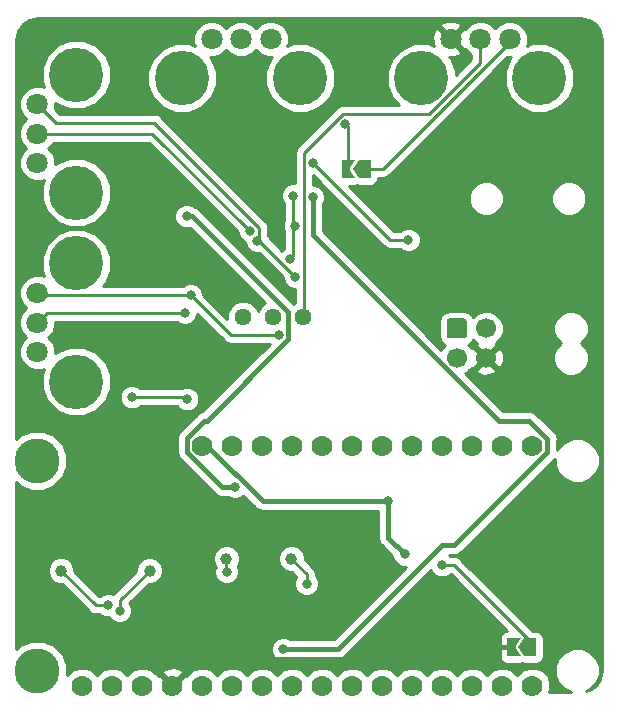
<source format=gbl>
G04 #@! TF.GenerationSoftware,KiCad,Pcbnew,(2018-02-15 revision 29b28de31)-makepkg*
G04 #@! TF.CreationDate,2019-12-21T00:19:12+11:00*
G04 #@! TF.ProjectId,Tph_Synth_Featherwing,5470685F53796E74685F466561746865,rev?*
G04 #@! TF.SameCoordinates,Original*
G04 #@! TF.FileFunction,Copper,L2,Bot,Signal*
G04 #@! TF.FilePolarity,Positive*
%FSLAX46Y46*%
G04 Gerber Fmt 4.6, Leading zero omitted, Abs format (unit mm)*
G04 Created by KiCad (PCBNEW (2018-02-15 revision 29b28de31)-makepkg) date 12/21/19 00:19:12*
%MOMM*%
%LPD*%
G01*
G04 APERTURE LIST*
%ADD10C,0.300000*%
%ADD11C,0.100000*%
%ADD12C,1.700000*%
%ADD13C,1.440000*%
%ADD14C,4.600000*%
%ADD15C,1.800000*%
%ADD16C,1.000000*%
%ADD17C,1.778000*%
%ADD18C,3.810000*%
%ADD19C,0.800000*%
%ADD20C,0.400000*%
%ADD21C,0.250000*%
%ADD22C,0.254000*%
G04 APERTURE END LIST*
D10*
X115775000Y-91500000D03*
D11*
G36*
X115275000Y-90750000D02*
X116425000Y-90750000D01*
X115925000Y-91500000D01*
X116425000Y-92250000D01*
X115275000Y-92250000D01*
X115275000Y-90750000D01*
X115275000Y-90750000D01*
G37*
D10*
X117225000Y-91500000D03*
D11*
G36*
X116225000Y-91500000D02*
X116725000Y-90750000D01*
X117725000Y-90750000D01*
X117725000Y-92250000D01*
X116725000Y-92250000D01*
X116225000Y-91500000D01*
X116225000Y-91500000D01*
G37*
G36*
X125624504Y-104151204D02*
X125648773Y-104154804D01*
X125672571Y-104160765D01*
X125695671Y-104169030D01*
X125717849Y-104179520D01*
X125738893Y-104192133D01*
X125758598Y-104206747D01*
X125776777Y-104223223D01*
X125793253Y-104241402D01*
X125807867Y-104261107D01*
X125820480Y-104282151D01*
X125830970Y-104304329D01*
X125839235Y-104327429D01*
X125845196Y-104351227D01*
X125848796Y-104375496D01*
X125850000Y-104400000D01*
X125850000Y-105600000D01*
X125848796Y-105624504D01*
X125845196Y-105648773D01*
X125839235Y-105672571D01*
X125830970Y-105695671D01*
X125820480Y-105717849D01*
X125807867Y-105738893D01*
X125793253Y-105758598D01*
X125776777Y-105776777D01*
X125758598Y-105793253D01*
X125738893Y-105807867D01*
X125717849Y-105820480D01*
X125695671Y-105830970D01*
X125672571Y-105839235D01*
X125648773Y-105845196D01*
X125624504Y-105848796D01*
X125600000Y-105850000D01*
X124400000Y-105850000D01*
X124375496Y-105848796D01*
X124351227Y-105845196D01*
X124327429Y-105839235D01*
X124304329Y-105830970D01*
X124282151Y-105820480D01*
X124261107Y-105807867D01*
X124241402Y-105793253D01*
X124223223Y-105776777D01*
X124206747Y-105758598D01*
X124192133Y-105738893D01*
X124179520Y-105717849D01*
X124169030Y-105695671D01*
X124160765Y-105672571D01*
X124154804Y-105648773D01*
X124151204Y-105624504D01*
X124150000Y-105600000D01*
X124150000Y-104400000D01*
X124151204Y-104375496D01*
X124154804Y-104351227D01*
X124160765Y-104327429D01*
X124169030Y-104304329D01*
X124179520Y-104282151D01*
X124192133Y-104261107D01*
X124206747Y-104241402D01*
X124223223Y-104223223D01*
X124241402Y-104206747D01*
X124261107Y-104192133D01*
X124282151Y-104179520D01*
X124304329Y-104169030D01*
X124327429Y-104160765D01*
X124351227Y-104154804D01*
X124375496Y-104151204D01*
X124400000Y-104150000D01*
X125600000Y-104150000D01*
X125624504Y-104151204D01*
X125624504Y-104151204D01*
G37*
D12*
X125000000Y-105000000D03*
X125000000Y-107500000D03*
X127500000Y-105000000D03*
X127500000Y-107500000D03*
D10*
X129775000Y-132000000D03*
D11*
G36*
X129275000Y-131250000D02*
X130425000Y-131250000D01*
X129925000Y-132000000D01*
X130425000Y-132750000D01*
X129275000Y-132750000D01*
X129275000Y-131250000D01*
X129275000Y-131250000D01*
G37*
D10*
X131225000Y-132000000D03*
D11*
G36*
X130225000Y-132000000D02*
X130725000Y-131250000D01*
X131725000Y-131250000D01*
X131725000Y-132750000D01*
X130725000Y-132750000D01*
X130225000Y-132000000D01*
X130225000Y-132000000D01*
G37*
D13*
X112000000Y-104000000D03*
X109460000Y-104000000D03*
X106920000Y-104000000D03*
D14*
X132000000Y-83800000D03*
X122000000Y-83800000D03*
D15*
X129500000Y-80500000D03*
X127000000Y-80500000D03*
X124500000Y-80500000D03*
X89500000Y-91000000D03*
X89500000Y-88500000D03*
X89500000Y-86000000D03*
D14*
X92800000Y-93500000D03*
X92800000Y-83500000D03*
X111750000Y-83800000D03*
X101750000Y-83800000D03*
D15*
X109250000Y-80500000D03*
X106750000Y-80500000D03*
X104250000Y-80500000D03*
X89500000Y-107000000D03*
X89500000Y-104500000D03*
X89500000Y-102000000D03*
D14*
X92800000Y-109500000D03*
X92800000Y-99500000D03*
D16*
X105500000Y-124500000D03*
X111000000Y-124500000D03*
X91500000Y-125500000D03*
X99000000Y-125500000D03*
D17*
X93300000Y-135230000D03*
X95840000Y-135230000D03*
X98380000Y-135230000D03*
X100920000Y-135230000D03*
X103460000Y-135230000D03*
X106000000Y-135230000D03*
X108540000Y-135230000D03*
X111080000Y-135230000D03*
X113620000Y-135230000D03*
X116160000Y-135230000D03*
X118700000Y-135230000D03*
X121240000Y-135230000D03*
X123780000Y-135230000D03*
X126320000Y-135230000D03*
X128860000Y-135230000D03*
X131400000Y-135230000D03*
X131400000Y-114910000D03*
X128860000Y-114910000D03*
X126320000Y-114910000D03*
X123780000Y-114910000D03*
X121240000Y-114910000D03*
X118700000Y-114910000D03*
X116160000Y-114910000D03*
X113620000Y-114910000D03*
X111080000Y-114910000D03*
X108540000Y-114910000D03*
X106000000Y-114910000D03*
X103460000Y-114910000D03*
D18*
X89490000Y-116180000D03*
X89490000Y-133960000D03*
D19*
X132000000Y-80000000D03*
X135000000Y-80000000D03*
X136000000Y-81000000D03*
X136000000Y-84000000D03*
X136000000Y-87000000D03*
X89000000Y-81000000D03*
X89000000Y-84000000D03*
X89000000Y-111000000D03*
X89000000Y-113000000D03*
X136000000Y-131000000D03*
X136000000Y-128000000D03*
X136000000Y-125000000D03*
X136000000Y-122000000D03*
X136000000Y-119000000D03*
X136000000Y-113000000D03*
X136000000Y-110000000D03*
X136000000Y-101000000D03*
X136000000Y-98000000D03*
X89000000Y-97000000D03*
X89000000Y-94000000D03*
X90000000Y-80000000D03*
X93000000Y-80000000D03*
X96000000Y-80000000D03*
X99000000Y-80000000D03*
X120000000Y-80000000D03*
X117000000Y-80000000D03*
X114000000Y-80000000D03*
X89000000Y-129000000D03*
X89000000Y-126000000D03*
X89000000Y-123000000D03*
X89000000Y-120000000D03*
X117708000Y-131159700D03*
X119187200Y-119612400D03*
X120601000Y-124122500D03*
X96469300Y-128913000D03*
X95500000Y-128436600D03*
X110904800Y-99158200D03*
X111173700Y-93747800D03*
X111321100Y-96318500D03*
X112305300Y-126608600D03*
X105525000Y-125624500D03*
X123746200Y-125048400D03*
X107494500Y-96754700D03*
X101997000Y-103687100D03*
X102499700Y-102178900D03*
X109958500Y-105533000D03*
X112827100Y-90949800D03*
X120909500Y-97500500D03*
X108124100Y-97570500D03*
X111347900Y-100634100D03*
X115562500Y-87683500D03*
X102143400Y-95500100D03*
X106237000Y-118417200D03*
X110317158Y-132161198D03*
X112819300Y-93903100D03*
X102188100Y-110987700D03*
X97500000Y-110818700D03*
D20*
X116746800Y-132961200D02*
X103188800Y-132961200D01*
X103188800Y-132961200D02*
X101808999Y-134341001D01*
X101808999Y-134341001D02*
X100920000Y-135230000D01*
X117708000Y-132000000D02*
X116746800Y-132961200D01*
X129775000Y-132000000D02*
X117708000Y-132000000D01*
X117708000Y-131159700D02*
X117708000Y-132000000D01*
X103861600Y-114910000D02*
X103460000Y-114910000D01*
X108564000Y-119612400D02*
X103861600Y-114910000D01*
X119187200Y-119612400D02*
X108564000Y-119612400D01*
X119187200Y-122708700D02*
X120601000Y-124122500D01*
X119187200Y-119612400D02*
X119187200Y-122708700D01*
D21*
X96469300Y-128030700D02*
X96469300Y-128913000D01*
X99000000Y-125500000D02*
X96469300Y-128030700D01*
X94436600Y-128436600D02*
X95500000Y-128436600D01*
X91500000Y-125500000D02*
X94436600Y-128436600D01*
X111173700Y-93747800D02*
X111173700Y-96318500D01*
X111173700Y-98889300D02*
X110904800Y-99158200D01*
X111173700Y-96318500D02*
X111173700Y-98889300D01*
X111173700Y-96318500D02*
X111321100Y-96318500D01*
X112305300Y-125805300D02*
X112305300Y-126608600D01*
X111000000Y-124500000D02*
X112305300Y-125805300D01*
X105500000Y-125599500D02*
X105525000Y-125624500D01*
X105500000Y-124500000D02*
X105500000Y-125599500D01*
X127000000Y-82522500D02*
X127000000Y-80500000D01*
X122662800Y-86859700D02*
X127000000Y-82522500D01*
X115350300Y-86859700D02*
X122662800Y-86859700D01*
X112073200Y-90136800D02*
X115350300Y-86859700D01*
X112073200Y-103926800D02*
X112073200Y-90136800D01*
X112000000Y-104000000D02*
X112073200Y-103926800D01*
X124811200Y-125048400D02*
X123746200Y-125048400D01*
X131225000Y-131462200D02*
X124811200Y-125048400D01*
X131225000Y-132000000D02*
X131225000Y-131462200D01*
X99239800Y-88500000D02*
X107494500Y-96754700D01*
X89500000Y-88500000D02*
X99239800Y-88500000D01*
X90312900Y-103687100D02*
X101997000Y-103687100D01*
X89500000Y-104500000D02*
X90312900Y-103687100D01*
X89678900Y-102178900D02*
X102499700Y-102178900D01*
X89500000Y-102000000D02*
X89678900Y-102178900D01*
X105853800Y-105533000D02*
X109958500Y-105533000D01*
X102499700Y-102178900D02*
X105853800Y-105533000D01*
X119377800Y-97500500D02*
X112827100Y-90949800D01*
X120909500Y-97500500D02*
X119377800Y-97500500D01*
X108284300Y-96466000D02*
X108284300Y-97570500D01*
X99409300Y-87591000D02*
X108284300Y-96466000D01*
X91091000Y-87591000D02*
X99409300Y-87591000D01*
X89500000Y-86000000D02*
X91091000Y-87591000D01*
X108124100Y-97570500D02*
X108284300Y-97570500D01*
X108284300Y-97570500D02*
X111347900Y-100634100D01*
X115775000Y-87896000D02*
X115562500Y-87683500D01*
X115775000Y-91500000D02*
X115775000Y-87896000D01*
D20*
X105126200Y-118417200D02*
X106237000Y-118417200D01*
X102157100Y-115448100D02*
X105126200Y-118417200D01*
X102157100Y-114288200D02*
X102157100Y-115448100D01*
X103622900Y-112822400D02*
X102157100Y-114288200D01*
X103830400Y-112822400D02*
X103622900Y-112822400D01*
X110758900Y-105893900D02*
X103830400Y-112822400D01*
X110758900Y-103634900D02*
X110758900Y-105893900D01*
X102624100Y-95500100D02*
X110758900Y-103634900D01*
X102143400Y-95500100D02*
X102624100Y-95500100D01*
X112819300Y-93903100D02*
X112819300Y-97091900D01*
X112819300Y-97091900D02*
X128549700Y-112822300D01*
X128549700Y-112822300D02*
X131139300Y-112822300D01*
X124786000Y-123366700D02*
X123722100Y-123366700D01*
X131139300Y-112822300D02*
X132689500Y-114372500D01*
X132689500Y-114372500D02*
X132689500Y-115463200D01*
X110882843Y-132161198D02*
X110317158Y-132161198D01*
X114927602Y-132161198D02*
X110882843Y-132161198D01*
X123722100Y-123366700D02*
X114927602Y-132161198D01*
X132689500Y-115463200D02*
X124786000Y-123366700D01*
D21*
X102019100Y-110818700D02*
X102188100Y-110987700D01*
X97500000Y-110818700D02*
X102019100Y-110818700D01*
X129500000Y-80738800D02*
X129500000Y-80500000D01*
X118738800Y-91500000D02*
X129500000Y-80738800D01*
X117225000Y-91500000D02*
X118738800Y-91500000D01*
D22*
G36*
X136179682Y-78859107D02*
X136755885Y-79244114D01*
X137140893Y-79820319D01*
X137290000Y-80569931D01*
X137290001Y-133930064D01*
X137140893Y-134679681D01*
X136755885Y-135255886D01*
X136179682Y-135640893D01*
X135981888Y-135680236D01*
X136277585Y-135557755D01*
X136807755Y-135027585D01*
X137094680Y-134334886D01*
X137094680Y-133585114D01*
X136807755Y-132892415D01*
X136277585Y-132362245D01*
X135584886Y-132075320D01*
X134835114Y-132075320D01*
X134142415Y-132362245D01*
X133612245Y-132892415D01*
X133325320Y-133585114D01*
X133325320Y-134334886D01*
X133612245Y-135027585D01*
X134142415Y-135557755D01*
X134703105Y-135790000D01*
X132817606Y-135790000D01*
X132924000Y-135533142D01*
X132924000Y-134926858D01*
X132691985Y-134366723D01*
X132263277Y-133938015D01*
X131703142Y-133706000D01*
X131096858Y-133706000D01*
X130536723Y-133938015D01*
X130130000Y-134344738D01*
X129723277Y-133938015D01*
X129163142Y-133706000D01*
X128556858Y-133706000D01*
X127996723Y-133938015D01*
X127590000Y-134344738D01*
X127183277Y-133938015D01*
X126623142Y-133706000D01*
X126016858Y-133706000D01*
X125456723Y-133938015D01*
X125050000Y-134344738D01*
X124643277Y-133938015D01*
X124083142Y-133706000D01*
X123476858Y-133706000D01*
X122916723Y-133938015D01*
X122510000Y-134344738D01*
X122103277Y-133938015D01*
X121543142Y-133706000D01*
X120936858Y-133706000D01*
X120376723Y-133938015D01*
X119970000Y-134344738D01*
X119563277Y-133938015D01*
X119003142Y-133706000D01*
X118396858Y-133706000D01*
X117836723Y-133938015D01*
X117430000Y-134344738D01*
X117023277Y-133938015D01*
X116463142Y-133706000D01*
X115856858Y-133706000D01*
X115296723Y-133938015D01*
X114890000Y-134344738D01*
X114483277Y-133938015D01*
X113923142Y-133706000D01*
X113316858Y-133706000D01*
X112756723Y-133938015D01*
X112350000Y-134344738D01*
X111943277Y-133938015D01*
X111383142Y-133706000D01*
X110776858Y-133706000D01*
X110216723Y-133938015D01*
X109810000Y-134344738D01*
X109403277Y-133938015D01*
X108843142Y-133706000D01*
X108236858Y-133706000D01*
X107676723Y-133938015D01*
X107270000Y-134344738D01*
X106863277Y-133938015D01*
X106303142Y-133706000D01*
X105696858Y-133706000D01*
X105136723Y-133938015D01*
X104730000Y-134344738D01*
X104323277Y-133938015D01*
X103763142Y-133706000D01*
X103156858Y-133706000D01*
X102596723Y-133938015D01*
X102168015Y-134366723D01*
X102157367Y-134392430D01*
X101992196Y-134337409D01*
X101099605Y-135230000D01*
X101113748Y-135244143D01*
X100934143Y-135423748D01*
X100920000Y-135409605D01*
X100905858Y-135423748D01*
X100726253Y-135244143D01*
X100740395Y-135230000D01*
X99847804Y-134337409D01*
X99682633Y-134392430D01*
X99671985Y-134366723D01*
X99463066Y-134157804D01*
X100027409Y-134157804D01*
X100920000Y-135050395D01*
X101812591Y-134157804D01*
X101727533Y-133902461D01*
X101158035Y-133694484D01*
X100552300Y-133720277D01*
X100112467Y-133902461D01*
X100027409Y-134157804D01*
X99463066Y-134157804D01*
X99243277Y-133938015D01*
X98683142Y-133706000D01*
X98076858Y-133706000D01*
X97516723Y-133938015D01*
X97110000Y-134344738D01*
X96703277Y-133938015D01*
X96143142Y-133706000D01*
X95536858Y-133706000D01*
X94976723Y-133938015D01*
X94570000Y-134344738D01*
X94163277Y-133938015D01*
X93603142Y-133706000D01*
X92996858Y-133706000D01*
X92436723Y-133938015D01*
X92030000Y-134344738D01*
X92030000Y-133454762D01*
X91643308Y-132521205D01*
X90928795Y-131806692D01*
X89995238Y-131420000D01*
X88984762Y-131420000D01*
X88051205Y-131806692D01*
X87710000Y-132147897D01*
X87710000Y-125274234D01*
X90365000Y-125274234D01*
X90365000Y-125725766D01*
X90537793Y-126142926D01*
X90857074Y-126462207D01*
X91274234Y-126635000D01*
X91560199Y-126635000D01*
X93846271Y-128921073D01*
X93888671Y-128984529D01*
X94140063Y-129152504D01*
X94361748Y-129196600D01*
X94361752Y-129196600D01*
X94436600Y-129211488D01*
X94511448Y-129196600D01*
X94796289Y-129196600D01*
X94913720Y-129314031D01*
X95294126Y-129471600D01*
X95580404Y-129471600D01*
X95591869Y-129499280D01*
X95883020Y-129790431D01*
X96263426Y-129948000D01*
X96675174Y-129948000D01*
X97055580Y-129790431D01*
X97346731Y-129499280D01*
X97504300Y-129118874D01*
X97504300Y-128707126D01*
X97346731Y-128326720D01*
X97297406Y-128277395D01*
X98939802Y-126635000D01*
X99225766Y-126635000D01*
X99642926Y-126462207D01*
X99962207Y-126142926D01*
X100135000Y-125725766D01*
X100135000Y-125274234D01*
X99962207Y-124857074D01*
X99642926Y-124537793D01*
X99225766Y-124365000D01*
X98774234Y-124365000D01*
X98357074Y-124537793D01*
X98037793Y-124857074D01*
X97865000Y-125274234D01*
X97865000Y-125560198D01*
X95984830Y-127440369D01*
X95921371Y-127482771D01*
X95917137Y-127489108D01*
X95705874Y-127401600D01*
X95294126Y-127401600D01*
X94913720Y-127559169D01*
X94796289Y-127676600D01*
X94751402Y-127676600D01*
X92635000Y-125560199D01*
X92635000Y-125274234D01*
X92462207Y-124857074D01*
X92142926Y-124537793D01*
X91725766Y-124365000D01*
X91274234Y-124365000D01*
X90857074Y-124537793D01*
X90537793Y-124857074D01*
X90365000Y-125274234D01*
X87710000Y-125274234D01*
X87710000Y-124274234D01*
X104365000Y-124274234D01*
X104365000Y-124725766D01*
X104537793Y-125142926D01*
X104584749Y-125189882D01*
X104490000Y-125418626D01*
X104490000Y-125830374D01*
X104647569Y-126210780D01*
X104938720Y-126501931D01*
X105319126Y-126659500D01*
X105730874Y-126659500D01*
X106111280Y-126501931D01*
X106402431Y-126210780D01*
X106560000Y-125830374D01*
X106560000Y-125418626D01*
X106450607Y-125154526D01*
X106462207Y-125142926D01*
X106635000Y-124725766D01*
X106635000Y-124274234D01*
X109865000Y-124274234D01*
X109865000Y-124725766D01*
X110037793Y-125142926D01*
X110357074Y-125462207D01*
X110774234Y-125635000D01*
X111060199Y-125635000D01*
X111437694Y-126012495D01*
X111427869Y-126022320D01*
X111270300Y-126402726D01*
X111270300Y-126814474D01*
X111427869Y-127194880D01*
X111719020Y-127486031D01*
X112099426Y-127643600D01*
X112511174Y-127643600D01*
X112891580Y-127486031D01*
X113182731Y-127194880D01*
X113340300Y-126814474D01*
X113340300Y-126402726D01*
X113182731Y-126022320D01*
X113065300Y-125904889D01*
X113065300Y-125880147D01*
X113080188Y-125805300D01*
X113065300Y-125730453D01*
X113065300Y-125730448D01*
X113021204Y-125508763D01*
X112853229Y-125257371D01*
X112789773Y-125214971D01*
X112135000Y-124560199D01*
X112135000Y-124274234D01*
X111962207Y-123857074D01*
X111642926Y-123537793D01*
X111225766Y-123365000D01*
X110774234Y-123365000D01*
X110357074Y-123537793D01*
X110037793Y-123857074D01*
X109865000Y-124274234D01*
X106635000Y-124274234D01*
X106462207Y-123857074D01*
X106142926Y-123537793D01*
X105725766Y-123365000D01*
X105274234Y-123365000D01*
X104857074Y-123537793D01*
X104537793Y-123857074D01*
X104365000Y-124274234D01*
X87710000Y-124274234D01*
X87710000Y-117992103D01*
X88051205Y-118333308D01*
X88984762Y-118720000D01*
X89995238Y-118720000D01*
X90928795Y-118333308D01*
X91643308Y-117618795D01*
X92030000Y-116685238D01*
X92030000Y-115674762D01*
X91643308Y-114741205D01*
X90928795Y-114026692D01*
X89995238Y-113640000D01*
X88984762Y-113640000D01*
X88051205Y-114026692D01*
X87710000Y-114367897D01*
X87710000Y-85694670D01*
X87965000Y-85694670D01*
X87965000Y-86305330D01*
X88198690Y-86869507D01*
X88579183Y-87250000D01*
X88198690Y-87630493D01*
X87965000Y-88194670D01*
X87965000Y-88805330D01*
X88198690Y-89369507D01*
X88579183Y-89750000D01*
X88198690Y-90130493D01*
X87965000Y-90694670D01*
X87965000Y-91305330D01*
X88198690Y-91869507D01*
X88630493Y-92301310D01*
X89194670Y-92535000D01*
X89805330Y-92535000D01*
X90067954Y-92426217D01*
X89865000Y-92916192D01*
X89865000Y-94083808D01*
X90311827Y-95162544D01*
X91137456Y-95988173D01*
X92216192Y-96435000D01*
X93383808Y-96435000D01*
X94462544Y-95988173D01*
X95288173Y-95162544D01*
X95735000Y-94083808D01*
X95735000Y-92916192D01*
X95288173Y-91837456D01*
X94462544Y-91011827D01*
X93383808Y-90565000D01*
X92216192Y-90565000D01*
X91137456Y-91011827D01*
X91035000Y-91114283D01*
X91035000Y-90694670D01*
X90801310Y-90130493D01*
X90420817Y-89750000D01*
X90801310Y-89369507D01*
X90846669Y-89260000D01*
X98924999Y-89260000D01*
X106459500Y-96794502D01*
X106459500Y-96960574D01*
X106617069Y-97340980D01*
X106908220Y-97632131D01*
X107089100Y-97707054D01*
X107089100Y-97776374D01*
X107246669Y-98156780D01*
X107537820Y-98447931D01*
X107918226Y-98605500D01*
X108244499Y-98605500D01*
X110312900Y-100673902D01*
X110312900Y-100839974D01*
X110470469Y-101220380D01*
X110761620Y-101511531D01*
X111142026Y-101669100D01*
X111313200Y-101669100D01*
X111313200Y-102817840D01*
X111232454Y-102851286D01*
X111194304Y-102889436D01*
X103272687Y-94967820D01*
X103226101Y-94898099D01*
X102949901Y-94713548D01*
X102788443Y-94681432D01*
X102729680Y-94622669D01*
X102349274Y-94465100D01*
X101937526Y-94465100D01*
X101557120Y-94622669D01*
X101265969Y-94913820D01*
X101108400Y-95294226D01*
X101108400Y-95705974D01*
X101265969Y-96086380D01*
X101557120Y-96377531D01*
X101937526Y-96535100D01*
X102349274Y-96535100D01*
X102440462Y-96497329D01*
X108764553Y-102821422D01*
X108692454Y-102851286D01*
X108311286Y-103232454D01*
X108190000Y-103525265D01*
X108068714Y-103232454D01*
X107687546Y-102851286D01*
X107189526Y-102645000D01*
X106650474Y-102645000D01*
X106152454Y-102851286D01*
X105771286Y-103232454D01*
X105565000Y-103730474D01*
X105565000Y-104169398D01*
X103534700Y-102139099D01*
X103534700Y-101973026D01*
X103377131Y-101592620D01*
X103085980Y-101301469D01*
X102705574Y-101143900D01*
X102293826Y-101143900D01*
X101913420Y-101301469D01*
X101795989Y-101418900D01*
X95031817Y-101418900D01*
X95288173Y-101162544D01*
X95735000Y-100083808D01*
X95735000Y-98916192D01*
X95288173Y-97837456D01*
X94462544Y-97011827D01*
X93383808Y-96565000D01*
X92216192Y-96565000D01*
X91137456Y-97011827D01*
X90311827Y-97837456D01*
X89865000Y-98916192D01*
X89865000Y-100083808D01*
X90067954Y-100573783D01*
X89805330Y-100465000D01*
X89194670Y-100465000D01*
X88630493Y-100698690D01*
X88198690Y-101130493D01*
X87965000Y-101694670D01*
X87965000Y-102305330D01*
X88198690Y-102869507D01*
X88579183Y-103250000D01*
X88198690Y-103630493D01*
X87965000Y-104194670D01*
X87965000Y-104805330D01*
X88198690Y-105369507D01*
X88579183Y-105750000D01*
X88198690Y-106130493D01*
X87965000Y-106694670D01*
X87965000Y-107305330D01*
X88198690Y-107869507D01*
X88630493Y-108301310D01*
X89194670Y-108535000D01*
X89805330Y-108535000D01*
X90067954Y-108426217D01*
X89865000Y-108916192D01*
X89865000Y-110083808D01*
X90311827Y-111162544D01*
X91137456Y-111988173D01*
X92216192Y-112435000D01*
X93383808Y-112435000D01*
X94462544Y-111988173D01*
X95288173Y-111162544D01*
X95515873Y-110612826D01*
X96465000Y-110612826D01*
X96465000Y-111024574D01*
X96622569Y-111404980D01*
X96913720Y-111696131D01*
X97294126Y-111853700D01*
X97705874Y-111853700D01*
X98086280Y-111696131D01*
X98203711Y-111578700D01*
X101315389Y-111578700D01*
X101601820Y-111865131D01*
X101982226Y-112022700D01*
X102393974Y-112022700D01*
X102774380Y-111865131D01*
X103065531Y-111573980D01*
X103223100Y-111193574D01*
X103223100Y-110781826D01*
X103065531Y-110401420D01*
X102774380Y-110110269D01*
X102393974Y-109952700D01*
X101982226Y-109952700D01*
X101726319Y-110058700D01*
X98203711Y-110058700D01*
X98086280Y-109941269D01*
X97705874Y-109783700D01*
X97294126Y-109783700D01*
X96913720Y-109941269D01*
X96622569Y-110232420D01*
X96465000Y-110612826D01*
X95515873Y-110612826D01*
X95735000Y-110083808D01*
X95735000Y-108916192D01*
X95288173Y-107837456D01*
X94462544Y-107011827D01*
X93383808Y-106565000D01*
X92216192Y-106565000D01*
X91137456Y-107011827D01*
X91035000Y-107114283D01*
X91035000Y-106694670D01*
X90801310Y-106130493D01*
X90420817Y-105750000D01*
X90801310Y-105369507D01*
X91035000Y-104805330D01*
X91035000Y-104447100D01*
X101293289Y-104447100D01*
X101410720Y-104564531D01*
X101791126Y-104722100D01*
X102202874Y-104722100D01*
X102583280Y-104564531D01*
X102874431Y-104273380D01*
X103032000Y-103892974D01*
X103032000Y-103786001D01*
X105263471Y-106017473D01*
X105305871Y-106080929D01*
X105369327Y-106123329D01*
X105557262Y-106248904D01*
X105605405Y-106258480D01*
X105778948Y-106293000D01*
X105778952Y-106293000D01*
X105853800Y-106307888D01*
X105928648Y-106293000D01*
X109178932Y-106293000D01*
X103470596Y-112001337D01*
X103297099Y-112035848D01*
X103020899Y-112220399D01*
X102974315Y-112290117D01*
X101624820Y-113639613D01*
X101555099Y-113686199D01*
X101370548Y-113962400D01*
X101322100Y-114205964D01*
X101322100Y-114205967D01*
X101305743Y-114288200D01*
X101322100Y-114370434D01*
X101322101Y-115365863D01*
X101305743Y-115448100D01*
X101370548Y-115773900D01*
X101391405Y-115805114D01*
X101555100Y-116050101D01*
X101624818Y-116096685D01*
X104477617Y-118949486D01*
X104524199Y-119019201D01*
X104593914Y-119065783D01*
X104593915Y-119065784D01*
X104800399Y-119203752D01*
X105043963Y-119252200D01*
X105043966Y-119252200D01*
X105126199Y-119268557D01*
X105208432Y-119252200D01*
X105608289Y-119252200D01*
X105650720Y-119294631D01*
X106031126Y-119452200D01*
X106442874Y-119452200D01*
X106823280Y-119294631D01*
X106944322Y-119173589D01*
X107915415Y-120144683D01*
X107961999Y-120214401D01*
X108238199Y-120398952D01*
X108564000Y-120463758D01*
X108646237Y-120447400D01*
X118352200Y-120447400D01*
X118352201Y-122626462D01*
X118335843Y-122708700D01*
X118400648Y-123034500D01*
X118404925Y-123040901D01*
X118585200Y-123310701D01*
X118654918Y-123357285D01*
X119566000Y-124268368D01*
X119566000Y-124328374D01*
X119723569Y-124708780D01*
X120014720Y-124999931D01*
X120395126Y-125157500D01*
X120750432Y-125157500D01*
X114581735Y-131326198D01*
X110945869Y-131326198D01*
X110903438Y-131283767D01*
X110523032Y-131126198D01*
X110111284Y-131126198D01*
X109730878Y-131283767D01*
X109439727Y-131574918D01*
X109282158Y-131955324D01*
X109282158Y-132367072D01*
X109439727Y-132747478D01*
X109730878Y-133038629D01*
X110111284Y-133196198D01*
X110523032Y-133196198D01*
X110903438Y-133038629D01*
X110945869Y-132996198D01*
X114845369Y-132996198D01*
X114927602Y-133012555D01*
X115009835Y-132996198D01*
X115009839Y-132996198D01*
X115253403Y-132947750D01*
X115529603Y-132763199D01*
X115576189Y-132693478D01*
X122800296Y-125469372D01*
X122868769Y-125634680D01*
X123159920Y-125925831D01*
X123540326Y-126083400D01*
X123952074Y-126083400D01*
X124332480Y-125925831D01*
X124449911Y-125808400D01*
X124496399Y-125808400D01*
X129290558Y-130602560D01*
X129275000Y-130602560D01*
X129027235Y-130651843D01*
X128817191Y-130792191D01*
X128676843Y-131002235D01*
X128627560Y-131250000D01*
X128627560Y-132750000D01*
X128676843Y-132997765D01*
X128817191Y-133207809D01*
X129027235Y-133348157D01*
X129275000Y-133397440D01*
X130425000Y-133397440D01*
X130543945Y-133361426D01*
X130725000Y-133397440D01*
X131725000Y-133397440D01*
X131972765Y-133348157D01*
X132182809Y-133207809D01*
X132323157Y-132997765D01*
X132372440Y-132750000D01*
X132372440Y-131250000D01*
X132323157Y-131002235D01*
X132182809Y-130792191D01*
X131972765Y-130651843D01*
X131725000Y-130602560D01*
X131440162Y-130602560D01*
X125401531Y-124563930D01*
X125359129Y-124500471D01*
X125107737Y-124332496D01*
X124886052Y-124288400D01*
X124886047Y-124288400D01*
X124811200Y-124273512D01*
X124736353Y-124288400D01*
X124449911Y-124288400D01*
X124363211Y-124201700D01*
X124703767Y-124201700D01*
X124786000Y-124218057D01*
X124868233Y-124201700D01*
X124868237Y-124201700D01*
X125111801Y-124153252D01*
X125388001Y-123968701D01*
X125434587Y-123898980D01*
X133221783Y-116111785D01*
X133291501Y-116065201D01*
X133325320Y-116014587D01*
X133325320Y-116554886D01*
X133612245Y-117247585D01*
X134142415Y-117777755D01*
X134835114Y-118064680D01*
X135584886Y-118064680D01*
X136277585Y-117777755D01*
X136807755Y-117247585D01*
X137094680Y-116554886D01*
X137094680Y-115805114D01*
X136807755Y-115112415D01*
X136277585Y-114582245D01*
X135584886Y-114295320D01*
X134835114Y-114295320D01*
X134142415Y-114582245D01*
X133612245Y-115112415D01*
X133524500Y-115324250D01*
X133524500Y-114454737D01*
X133540858Y-114372500D01*
X133476052Y-114046699D01*
X133419725Y-113962400D01*
X133291501Y-113770499D01*
X133221783Y-113723915D01*
X131787887Y-112290020D01*
X131741301Y-112220299D01*
X131465101Y-112035748D01*
X131221537Y-111987300D01*
X131221533Y-111987300D01*
X131139300Y-111970943D01*
X131057067Y-111987300D01*
X128895568Y-111987300D01*
X125718152Y-108809884D01*
X125841185Y-108758922D01*
X126056149Y-108543958D01*
X126635647Y-108543958D01*
X126715920Y-108795259D01*
X127271279Y-108996718D01*
X127861458Y-108970315D01*
X128284080Y-108795259D01*
X128364353Y-108543958D01*
X127500000Y-107679605D01*
X126635647Y-108543958D01*
X126056149Y-108543958D01*
X126258922Y-108341185D01*
X126273481Y-108306037D01*
X126456042Y-108364353D01*
X127320395Y-107500000D01*
X127679605Y-107500000D01*
X128543958Y-108364353D01*
X128795259Y-108284080D01*
X128996718Y-107728721D01*
X128970315Y-107138542D01*
X128795259Y-106715920D01*
X128543958Y-106635647D01*
X127679605Y-107500000D01*
X127320395Y-107500000D01*
X126456042Y-106635647D01*
X126273481Y-106693963D01*
X126258922Y-106658815D01*
X125994867Y-106394760D01*
X126234586Y-106234586D01*
X126394760Y-105994867D01*
X126658815Y-106258922D01*
X126693963Y-106273481D01*
X126635647Y-106456042D01*
X127500000Y-107320395D01*
X128364353Y-106456042D01*
X128306037Y-106273481D01*
X128341185Y-106258922D01*
X128758922Y-105841185D01*
X128985000Y-105295385D01*
X128985000Y-104704615D01*
X133195000Y-104704615D01*
X133195000Y-105295385D01*
X133421078Y-105841185D01*
X133829893Y-106250000D01*
X133421078Y-106658815D01*
X133195000Y-107204615D01*
X133195000Y-107795385D01*
X133421078Y-108341185D01*
X133838815Y-108758922D01*
X134384615Y-108985000D01*
X134975385Y-108985000D01*
X135521185Y-108758922D01*
X135938922Y-108341185D01*
X136165000Y-107795385D01*
X136165000Y-107204615D01*
X135938922Y-106658815D01*
X135530107Y-106250000D01*
X135938922Y-105841185D01*
X136165000Y-105295385D01*
X136165000Y-104704615D01*
X135938922Y-104158815D01*
X135521185Y-103741078D01*
X134975385Y-103515000D01*
X134384615Y-103515000D01*
X133838815Y-103741078D01*
X133421078Y-104158815D01*
X133195000Y-104704615D01*
X128985000Y-104704615D01*
X128758922Y-104158815D01*
X128341185Y-103741078D01*
X127795385Y-103515000D01*
X127204615Y-103515000D01*
X126658815Y-103741078D01*
X126394760Y-104005133D01*
X126234586Y-103765414D01*
X125943435Y-103570874D01*
X125600000Y-103502560D01*
X124400000Y-103502560D01*
X124056565Y-103570874D01*
X123765414Y-103765414D01*
X123570874Y-104056565D01*
X123502560Y-104400000D01*
X123502560Y-105600000D01*
X123570874Y-105943435D01*
X123765414Y-106234586D01*
X124005133Y-106394760D01*
X123741078Y-106658815D01*
X123690116Y-106781848D01*
X113654300Y-96746033D01*
X113654300Y-94531811D01*
X113696731Y-94489380D01*
X113854300Y-94108974D01*
X113854300Y-93697226D01*
X113696731Y-93316820D01*
X113405580Y-93025669D01*
X113025174Y-92868100D01*
X112833200Y-92868100D01*
X112833200Y-92030701D01*
X118787471Y-97984973D01*
X118829871Y-98048429D01*
X118893327Y-98090829D01*
X119081262Y-98216404D01*
X119129405Y-98225980D01*
X119302948Y-98260500D01*
X119302952Y-98260500D01*
X119377800Y-98275388D01*
X119452648Y-98260500D01*
X120205789Y-98260500D01*
X120323220Y-98377931D01*
X120703626Y-98535500D01*
X121115374Y-98535500D01*
X121495780Y-98377931D01*
X121786931Y-98086780D01*
X121944500Y-97706374D01*
X121944500Y-97294626D01*
X121786931Y-96914220D01*
X121495780Y-96623069D01*
X121115374Y-96465500D01*
X120703626Y-96465500D01*
X120323220Y-96623069D01*
X120205789Y-96740500D01*
X119692602Y-96740500D01*
X116656717Y-93704615D01*
X126015000Y-93704615D01*
X126015000Y-94295385D01*
X126241078Y-94841185D01*
X126658815Y-95258922D01*
X127204615Y-95485000D01*
X127795385Y-95485000D01*
X128341185Y-95258922D01*
X128758922Y-94841185D01*
X128985000Y-94295385D01*
X128985000Y-93704615D01*
X133015000Y-93704615D01*
X133015000Y-94295385D01*
X133241078Y-94841185D01*
X133658815Y-95258922D01*
X134204615Y-95485000D01*
X134795385Y-95485000D01*
X135341185Y-95258922D01*
X135758922Y-94841185D01*
X135985000Y-94295385D01*
X135985000Y-93704615D01*
X135758922Y-93158815D01*
X135341185Y-92741078D01*
X134795385Y-92515000D01*
X134204615Y-92515000D01*
X133658815Y-92741078D01*
X133241078Y-93158815D01*
X133015000Y-93704615D01*
X128985000Y-93704615D01*
X128758922Y-93158815D01*
X128341185Y-92741078D01*
X127795385Y-92515000D01*
X127204615Y-92515000D01*
X126658815Y-92741078D01*
X126241078Y-93158815D01*
X126015000Y-93704615D01*
X116656717Y-93704615D01*
X115849541Y-92897440D01*
X116425000Y-92897440D01*
X116543945Y-92861426D01*
X116725000Y-92897440D01*
X117725000Y-92897440D01*
X117972765Y-92848157D01*
X118182809Y-92707809D01*
X118323157Y-92497765D01*
X118370451Y-92260000D01*
X118663953Y-92260000D01*
X118738800Y-92274888D01*
X118813647Y-92260000D01*
X118813652Y-92260000D01*
X119035337Y-92215904D01*
X119286729Y-92047929D01*
X119329131Y-91984470D01*
X129278602Y-82035000D01*
X129614283Y-82035000D01*
X129511827Y-82137456D01*
X129065000Y-83216192D01*
X129065000Y-84383808D01*
X129511827Y-85462544D01*
X130337456Y-86288173D01*
X131416192Y-86735000D01*
X132583808Y-86735000D01*
X133662544Y-86288173D01*
X134488173Y-85462544D01*
X134935000Y-84383808D01*
X134935000Y-83216192D01*
X134488173Y-82137456D01*
X133662544Y-81311827D01*
X132583808Y-80865000D01*
X131416192Y-80865000D01*
X130926217Y-81067954D01*
X131035000Y-80805330D01*
X131035000Y-80194670D01*
X130801310Y-79630493D01*
X130369507Y-79198690D01*
X129805330Y-78965000D01*
X129194670Y-78965000D01*
X128630493Y-79198690D01*
X128250000Y-79579183D01*
X127869507Y-79198690D01*
X127305330Y-78965000D01*
X126694670Y-78965000D01*
X126130493Y-79198690D01*
X125698690Y-79630493D01*
X125695461Y-79638290D01*
X125580159Y-79599446D01*
X124679605Y-80500000D01*
X125580159Y-81400554D01*
X125695461Y-81361710D01*
X125698690Y-81369507D01*
X126130493Y-81801310D01*
X126240000Y-81846669D01*
X126240000Y-82207698D01*
X124935000Y-83512698D01*
X124935000Y-83216192D01*
X124488173Y-82137456D01*
X124391620Y-82040903D01*
X124869460Y-82020839D01*
X125314148Y-81836643D01*
X125400554Y-81580159D01*
X124500000Y-80679605D01*
X124485858Y-80693748D01*
X124306253Y-80514143D01*
X124320395Y-80500000D01*
X123419841Y-79599446D01*
X123163357Y-79685852D01*
X122953542Y-80259336D01*
X122979161Y-80869460D01*
X123058811Y-81061753D01*
X122583808Y-80865000D01*
X121416192Y-80865000D01*
X120337456Y-81311827D01*
X119511827Y-82137456D01*
X119065000Y-83216192D01*
X119065000Y-84383808D01*
X119511827Y-85462544D01*
X120148983Y-86099700D01*
X115425146Y-86099700D01*
X115350299Y-86084812D01*
X115275452Y-86099700D01*
X115275448Y-86099700D01*
X115053763Y-86143796D01*
X114802371Y-86311771D01*
X114759971Y-86375227D01*
X111588728Y-89546471D01*
X111525272Y-89588871D01*
X111482872Y-89652327D01*
X111482871Y-89652328D01*
X111357297Y-89840263D01*
X111298312Y-90136800D01*
X111313201Y-90211652D01*
X111313201Y-92712800D01*
X110967826Y-92712800D01*
X110587420Y-92870369D01*
X110296269Y-93161520D01*
X110138700Y-93541926D01*
X110138700Y-93953674D01*
X110296269Y-94334080D01*
X110413700Y-94451511D01*
X110413701Y-95804570D01*
X110286100Y-96112626D01*
X110286100Y-96524374D01*
X110413700Y-96832429D01*
X110413701Y-98241344D01*
X110318520Y-98280769D01*
X110193945Y-98405344D01*
X109159100Y-97370499D01*
X109159100Y-97364626D01*
X109044300Y-97087474D01*
X109044300Y-96540846D01*
X109059188Y-96465999D01*
X109044300Y-96391152D01*
X109044300Y-96391148D01*
X109000204Y-96169463D01*
X108908610Y-96032383D01*
X108874629Y-95981526D01*
X108874627Y-95981524D01*
X108832229Y-95918071D01*
X108768776Y-95875673D01*
X99999631Y-87106530D01*
X99957229Y-87043071D01*
X99705837Y-86875096D01*
X99484152Y-86831000D01*
X99484147Y-86831000D01*
X99409300Y-86816112D01*
X99334453Y-86831000D01*
X91405802Y-86831000D01*
X90989640Y-86414838D01*
X91035000Y-86305330D01*
X91035000Y-85885717D01*
X91137456Y-85988173D01*
X92216192Y-86435000D01*
X93383808Y-86435000D01*
X94462544Y-85988173D01*
X95288173Y-85162544D01*
X95735000Y-84083808D01*
X95735000Y-83216192D01*
X98815000Y-83216192D01*
X98815000Y-84383808D01*
X99261827Y-85462544D01*
X100087456Y-86288173D01*
X101166192Y-86735000D01*
X102333808Y-86735000D01*
X103412544Y-86288173D01*
X104238173Y-85462544D01*
X104685000Y-84383808D01*
X104685000Y-83216192D01*
X104238173Y-82137456D01*
X104135717Y-82035000D01*
X104555330Y-82035000D01*
X105119507Y-81801310D01*
X105500000Y-81420817D01*
X105880493Y-81801310D01*
X106444670Y-82035000D01*
X107055330Y-82035000D01*
X107619507Y-81801310D01*
X108000000Y-81420817D01*
X108380493Y-81801310D01*
X108944670Y-82035000D01*
X109364283Y-82035000D01*
X109261827Y-82137456D01*
X108815000Y-83216192D01*
X108815000Y-84383808D01*
X109261827Y-85462544D01*
X110087456Y-86288173D01*
X111166192Y-86735000D01*
X112333808Y-86735000D01*
X113412544Y-86288173D01*
X114238173Y-85462544D01*
X114685000Y-84383808D01*
X114685000Y-83216192D01*
X114238173Y-82137456D01*
X113412544Y-81311827D01*
X112333808Y-80865000D01*
X111166192Y-80865000D01*
X110676217Y-81067954D01*
X110785000Y-80805330D01*
X110785000Y-80194670D01*
X110551310Y-79630493D01*
X110340658Y-79419841D01*
X123599446Y-79419841D01*
X124500000Y-80320395D01*
X125400554Y-79419841D01*
X125314148Y-79163357D01*
X124740664Y-78953542D01*
X124130540Y-78979161D01*
X123685852Y-79163357D01*
X123599446Y-79419841D01*
X110340658Y-79419841D01*
X110119507Y-79198690D01*
X109555330Y-78965000D01*
X108944670Y-78965000D01*
X108380493Y-79198690D01*
X108000000Y-79579183D01*
X107619507Y-79198690D01*
X107055330Y-78965000D01*
X106444670Y-78965000D01*
X105880493Y-79198690D01*
X105500000Y-79579183D01*
X105119507Y-79198690D01*
X104555330Y-78965000D01*
X103944670Y-78965000D01*
X103380493Y-79198690D01*
X102948690Y-79630493D01*
X102715000Y-80194670D01*
X102715000Y-80805330D01*
X102823783Y-81067954D01*
X102333808Y-80865000D01*
X101166192Y-80865000D01*
X100087456Y-81311827D01*
X99261827Y-82137456D01*
X98815000Y-83216192D01*
X95735000Y-83216192D01*
X95735000Y-82916192D01*
X95288173Y-81837456D01*
X94462544Y-81011827D01*
X93383808Y-80565000D01*
X92216192Y-80565000D01*
X91137456Y-81011827D01*
X90311827Y-81837456D01*
X89865000Y-82916192D01*
X89865000Y-84083808D01*
X90067954Y-84573783D01*
X89805330Y-84465000D01*
X89194670Y-84465000D01*
X88630493Y-84698690D01*
X88198690Y-85130493D01*
X87965000Y-85694670D01*
X87710000Y-85694670D01*
X87710000Y-80569931D01*
X87859107Y-79820318D01*
X88244114Y-79244115D01*
X88820319Y-78859107D01*
X89569931Y-78710000D01*
X135430069Y-78710000D01*
X136179682Y-78859107D01*
X136179682Y-78859107D01*
G37*
X136179682Y-78859107D02*
X136755885Y-79244114D01*
X137140893Y-79820319D01*
X137290000Y-80569931D01*
X137290001Y-133930064D01*
X137140893Y-134679681D01*
X136755885Y-135255886D01*
X136179682Y-135640893D01*
X135981888Y-135680236D01*
X136277585Y-135557755D01*
X136807755Y-135027585D01*
X137094680Y-134334886D01*
X137094680Y-133585114D01*
X136807755Y-132892415D01*
X136277585Y-132362245D01*
X135584886Y-132075320D01*
X134835114Y-132075320D01*
X134142415Y-132362245D01*
X133612245Y-132892415D01*
X133325320Y-133585114D01*
X133325320Y-134334886D01*
X133612245Y-135027585D01*
X134142415Y-135557755D01*
X134703105Y-135790000D01*
X132817606Y-135790000D01*
X132924000Y-135533142D01*
X132924000Y-134926858D01*
X132691985Y-134366723D01*
X132263277Y-133938015D01*
X131703142Y-133706000D01*
X131096858Y-133706000D01*
X130536723Y-133938015D01*
X130130000Y-134344738D01*
X129723277Y-133938015D01*
X129163142Y-133706000D01*
X128556858Y-133706000D01*
X127996723Y-133938015D01*
X127590000Y-134344738D01*
X127183277Y-133938015D01*
X126623142Y-133706000D01*
X126016858Y-133706000D01*
X125456723Y-133938015D01*
X125050000Y-134344738D01*
X124643277Y-133938015D01*
X124083142Y-133706000D01*
X123476858Y-133706000D01*
X122916723Y-133938015D01*
X122510000Y-134344738D01*
X122103277Y-133938015D01*
X121543142Y-133706000D01*
X120936858Y-133706000D01*
X120376723Y-133938015D01*
X119970000Y-134344738D01*
X119563277Y-133938015D01*
X119003142Y-133706000D01*
X118396858Y-133706000D01*
X117836723Y-133938015D01*
X117430000Y-134344738D01*
X117023277Y-133938015D01*
X116463142Y-133706000D01*
X115856858Y-133706000D01*
X115296723Y-133938015D01*
X114890000Y-134344738D01*
X114483277Y-133938015D01*
X113923142Y-133706000D01*
X113316858Y-133706000D01*
X112756723Y-133938015D01*
X112350000Y-134344738D01*
X111943277Y-133938015D01*
X111383142Y-133706000D01*
X110776858Y-133706000D01*
X110216723Y-133938015D01*
X109810000Y-134344738D01*
X109403277Y-133938015D01*
X108843142Y-133706000D01*
X108236858Y-133706000D01*
X107676723Y-133938015D01*
X107270000Y-134344738D01*
X106863277Y-133938015D01*
X106303142Y-133706000D01*
X105696858Y-133706000D01*
X105136723Y-133938015D01*
X104730000Y-134344738D01*
X104323277Y-133938015D01*
X103763142Y-133706000D01*
X103156858Y-133706000D01*
X102596723Y-133938015D01*
X102168015Y-134366723D01*
X102157367Y-134392430D01*
X101992196Y-134337409D01*
X101099605Y-135230000D01*
X101113748Y-135244143D01*
X100934143Y-135423748D01*
X100920000Y-135409605D01*
X100905858Y-135423748D01*
X100726253Y-135244143D01*
X100740395Y-135230000D01*
X99847804Y-134337409D01*
X99682633Y-134392430D01*
X99671985Y-134366723D01*
X99463066Y-134157804D01*
X100027409Y-134157804D01*
X100920000Y-135050395D01*
X101812591Y-134157804D01*
X101727533Y-133902461D01*
X101158035Y-133694484D01*
X100552300Y-133720277D01*
X100112467Y-133902461D01*
X100027409Y-134157804D01*
X99463066Y-134157804D01*
X99243277Y-133938015D01*
X98683142Y-133706000D01*
X98076858Y-133706000D01*
X97516723Y-133938015D01*
X97110000Y-134344738D01*
X96703277Y-133938015D01*
X96143142Y-133706000D01*
X95536858Y-133706000D01*
X94976723Y-133938015D01*
X94570000Y-134344738D01*
X94163277Y-133938015D01*
X93603142Y-133706000D01*
X92996858Y-133706000D01*
X92436723Y-133938015D01*
X92030000Y-134344738D01*
X92030000Y-133454762D01*
X91643308Y-132521205D01*
X90928795Y-131806692D01*
X89995238Y-131420000D01*
X88984762Y-131420000D01*
X88051205Y-131806692D01*
X87710000Y-132147897D01*
X87710000Y-125274234D01*
X90365000Y-125274234D01*
X90365000Y-125725766D01*
X90537793Y-126142926D01*
X90857074Y-126462207D01*
X91274234Y-126635000D01*
X91560199Y-126635000D01*
X93846271Y-128921073D01*
X93888671Y-128984529D01*
X94140063Y-129152504D01*
X94361748Y-129196600D01*
X94361752Y-129196600D01*
X94436600Y-129211488D01*
X94511448Y-129196600D01*
X94796289Y-129196600D01*
X94913720Y-129314031D01*
X95294126Y-129471600D01*
X95580404Y-129471600D01*
X95591869Y-129499280D01*
X95883020Y-129790431D01*
X96263426Y-129948000D01*
X96675174Y-129948000D01*
X97055580Y-129790431D01*
X97346731Y-129499280D01*
X97504300Y-129118874D01*
X97504300Y-128707126D01*
X97346731Y-128326720D01*
X97297406Y-128277395D01*
X98939802Y-126635000D01*
X99225766Y-126635000D01*
X99642926Y-126462207D01*
X99962207Y-126142926D01*
X100135000Y-125725766D01*
X100135000Y-125274234D01*
X99962207Y-124857074D01*
X99642926Y-124537793D01*
X99225766Y-124365000D01*
X98774234Y-124365000D01*
X98357074Y-124537793D01*
X98037793Y-124857074D01*
X97865000Y-125274234D01*
X97865000Y-125560198D01*
X95984830Y-127440369D01*
X95921371Y-127482771D01*
X95917137Y-127489108D01*
X95705874Y-127401600D01*
X95294126Y-127401600D01*
X94913720Y-127559169D01*
X94796289Y-127676600D01*
X94751402Y-127676600D01*
X92635000Y-125560199D01*
X92635000Y-125274234D01*
X92462207Y-124857074D01*
X92142926Y-124537793D01*
X91725766Y-124365000D01*
X91274234Y-124365000D01*
X90857074Y-124537793D01*
X90537793Y-124857074D01*
X90365000Y-125274234D01*
X87710000Y-125274234D01*
X87710000Y-124274234D01*
X104365000Y-124274234D01*
X104365000Y-124725766D01*
X104537793Y-125142926D01*
X104584749Y-125189882D01*
X104490000Y-125418626D01*
X104490000Y-125830374D01*
X104647569Y-126210780D01*
X104938720Y-126501931D01*
X105319126Y-126659500D01*
X105730874Y-126659500D01*
X106111280Y-126501931D01*
X106402431Y-126210780D01*
X106560000Y-125830374D01*
X106560000Y-125418626D01*
X106450607Y-125154526D01*
X106462207Y-125142926D01*
X106635000Y-124725766D01*
X106635000Y-124274234D01*
X109865000Y-124274234D01*
X109865000Y-124725766D01*
X110037793Y-125142926D01*
X110357074Y-125462207D01*
X110774234Y-125635000D01*
X111060199Y-125635000D01*
X111437694Y-126012495D01*
X111427869Y-126022320D01*
X111270300Y-126402726D01*
X111270300Y-126814474D01*
X111427869Y-127194880D01*
X111719020Y-127486031D01*
X112099426Y-127643600D01*
X112511174Y-127643600D01*
X112891580Y-127486031D01*
X113182731Y-127194880D01*
X113340300Y-126814474D01*
X113340300Y-126402726D01*
X113182731Y-126022320D01*
X113065300Y-125904889D01*
X113065300Y-125880147D01*
X113080188Y-125805300D01*
X113065300Y-125730453D01*
X113065300Y-125730448D01*
X113021204Y-125508763D01*
X112853229Y-125257371D01*
X112789773Y-125214971D01*
X112135000Y-124560199D01*
X112135000Y-124274234D01*
X111962207Y-123857074D01*
X111642926Y-123537793D01*
X111225766Y-123365000D01*
X110774234Y-123365000D01*
X110357074Y-123537793D01*
X110037793Y-123857074D01*
X109865000Y-124274234D01*
X106635000Y-124274234D01*
X106462207Y-123857074D01*
X106142926Y-123537793D01*
X105725766Y-123365000D01*
X105274234Y-123365000D01*
X104857074Y-123537793D01*
X104537793Y-123857074D01*
X104365000Y-124274234D01*
X87710000Y-124274234D01*
X87710000Y-117992103D01*
X88051205Y-118333308D01*
X88984762Y-118720000D01*
X89995238Y-118720000D01*
X90928795Y-118333308D01*
X91643308Y-117618795D01*
X92030000Y-116685238D01*
X92030000Y-115674762D01*
X91643308Y-114741205D01*
X90928795Y-114026692D01*
X89995238Y-113640000D01*
X88984762Y-113640000D01*
X88051205Y-114026692D01*
X87710000Y-114367897D01*
X87710000Y-85694670D01*
X87965000Y-85694670D01*
X87965000Y-86305330D01*
X88198690Y-86869507D01*
X88579183Y-87250000D01*
X88198690Y-87630493D01*
X87965000Y-88194670D01*
X87965000Y-88805330D01*
X88198690Y-89369507D01*
X88579183Y-89750000D01*
X88198690Y-90130493D01*
X87965000Y-90694670D01*
X87965000Y-91305330D01*
X88198690Y-91869507D01*
X88630493Y-92301310D01*
X89194670Y-92535000D01*
X89805330Y-92535000D01*
X90067954Y-92426217D01*
X89865000Y-92916192D01*
X89865000Y-94083808D01*
X90311827Y-95162544D01*
X91137456Y-95988173D01*
X92216192Y-96435000D01*
X93383808Y-96435000D01*
X94462544Y-95988173D01*
X95288173Y-95162544D01*
X95735000Y-94083808D01*
X95735000Y-92916192D01*
X95288173Y-91837456D01*
X94462544Y-91011827D01*
X93383808Y-90565000D01*
X92216192Y-90565000D01*
X91137456Y-91011827D01*
X91035000Y-91114283D01*
X91035000Y-90694670D01*
X90801310Y-90130493D01*
X90420817Y-89750000D01*
X90801310Y-89369507D01*
X90846669Y-89260000D01*
X98924999Y-89260000D01*
X106459500Y-96794502D01*
X106459500Y-96960574D01*
X106617069Y-97340980D01*
X106908220Y-97632131D01*
X107089100Y-97707054D01*
X107089100Y-97776374D01*
X107246669Y-98156780D01*
X107537820Y-98447931D01*
X107918226Y-98605500D01*
X108244499Y-98605500D01*
X110312900Y-100673902D01*
X110312900Y-100839974D01*
X110470469Y-101220380D01*
X110761620Y-101511531D01*
X111142026Y-101669100D01*
X111313200Y-101669100D01*
X111313200Y-102817840D01*
X111232454Y-102851286D01*
X111194304Y-102889436D01*
X103272687Y-94967820D01*
X103226101Y-94898099D01*
X102949901Y-94713548D01*
X102788443Y-94681432D01*
X102729680Y-94622669D01*
X102349274Y-94465100D01*
X101937526Y-94465100D01*
X101557120Y-94622669D01*
X101265969Y-94913820D01*
X101108400Y-95294226D01*
X101108400Y-95705974D01*
X101265969Y-96086380D01*
X101557120Y-96377531D01*
X101937526Y-96535100D01*
X102349274Y-96535100D01*
X102440462Y-96497329D01*
X108764553Y-102821422D01*
X108692454Y-102851286D01*
X108311286Y-103232454D01*
X108190000Y-103525265D01*
X108068714Y-103232454D01*
X107687546Y-102851286D01*
X107189526Y-102645000D01*
X106650474Y-102645000D01*
X106152454Y-102851286D01*
X105771286Y-103232454D01*
X105565000Y-103730474D01*
X105565000Y-104169398D01*
X103534700Y-102139099D01*
X103534700Y-101973026D01*
X103377131Y-101592620D01*
X103085980Y-101301469D01*
X102705574Y-101143900D01*
X102293826Y-101143900D01*
X101913420Y-101301469D01*
X101795989Y-101418900D01*
X95031817Y-101418900D01*
X95288173Y-101162544D01*
X95735000Y-100083808D01*
X95735000Y-98916192D01*
X95288173Y-97837456D01*
X94462544Y-97011827D01*
X93383808Y-96565000D01*
X92216192Y-96565000D01*
X91137456Y-97011827D01*
X90311827Y-97837456D01*
X89865000Y-98916192D01*
X89865000Y-100083808D01*
X90067954Y-100573783D01*
X89805330Y-100465000D01*
X89194670Y-100465000D01*
X88630493Y-100698690D01*
X88198690Y-101130493D01*
X87965000Y-101694670D01*
X87965000Y-102305330D01*
X88198690Y-102869507D01*
X88579183Y-103250000D01*
X88198690Y-103630493D01*
X87965000Y-104194670D01*
X87965000Y-104805330D01*
X88198690Y-105369507D01*
X88579183Y-105750000D01*
X88198690Y-106130493D01*
X87965000Y-106694670D01*
X87965000Y-107305330D01*
X88198690Y-107869507D01*
X88630493Y-108301310D01*
X89194670Y-108535000D01*
X89805330Y-108535000D01*
X90067954Y-108426217D01*
X89865000Y-108916192D01*
X89865000Y-110083808D01*
X90311827Y-111162544D01*
X91137456Y-111988173D01*
X92216192Y-112435000D01*
X93383808Y-112435000D01*
X94462544Y-111988173D01*
X95288173Y-111162544D01*
X95515873Y-110612826D01*
X96465000Y-110612826D01*
X96465000Y-111024574D01*
X96622569Y-111404980D01*
X96913720Y-111696131D01*
X97294126Y-111853700D01*
X97705874Y-111853700D01*
X98086280Y-111696131D01*
X98203711Y-111578700D01*
X101315389Y-111578700D01*
X101601820Y-111865131D01*
X101982226Y-112022700D01*
X102393974Y-112022700D01*
X102774380Y-111865131D01*
X103065531Y-111573980D01*
X103223100Y-111193574D01*
X103223100Y-110781826D01*
X103065531Y-110401420D01*
X102774380Y-110110269D01*
X102393974Y-109952700D01*
X101982226Y-109952700D01*
X101726319Y-110058700D01*
X98203711Y-110058700D01*
X98086280Y-109941269D01*
X97705874Y-109783700D01*
X97294126Y-109783700D01*
X96913720Y-109941269D01*
X96622569Y-110232420D01*
X96465000Y-110612826D01*
X95515873Y-110612826D01*
X95735000Y-110083808D01*
X95735000Y-108916192D01*
X95288173Y-107837456D01*
X94462544Y-107011827D01*
X93383808Y-106565000D01*
X92216192Y-106565000D01*
X91137456Y-107011827D01*
X91035000Y-107114283D01*
X91035000Y-106694670D01*
X90801310Y-106130493D01*
X90420817Y-105750000D01*
X90801310Y-105369507D01*
X91035000Y-104805330D01*
X91035000Y-104447100D01*
X101293289Y-104447100D01*
X101410720Y-104564531D01*
X101791126Y-104722100D01*
X102202874Y-104722100D01*
X102583280Y-104564531D01*
X102874431Y-104273380D01*
X103032000Y-103892974D01*
X103032000Y-103786001D01*
X105263471Y-106017473D01*
X105305871Y-106080929D01*
X105369327Y-106123329D01*
X105557262Y-106248904D01*
X105605405Y-106258480D01*
X105778948Y-106293000D01*
X105778952Y-106293000D01*
X105853800Y-106307888D01*
X105928648Y-106293000D01*
X109178932Y-106293000D01*
X103470596Y-112001337D01*
X103297099Y-112035848D01*
X103020899Y-112220399D01*
X102974315Y-112290117D01*
X101624820Y-113639613D01*
X101555099Y-113686199D01*
X101370548Y-113962400D01*
X101322100Y-114205964D01*
X101322100Y-114205967D01*
X101305743Y-114288200D01*
X101322100Y-114370434D01*
X101322101Y-115365863D01*
X101305743Y-115448100D01*
X101370548Y-115773900D01*
X101391405Y-115805114D01*
X101555100Y-116050101D01*
X101624818Y-116096685D01*
X104477617Y-118949486D01*
X104524199Y-119019201D01*
X104593914Y-119065783D01*
X104593915Y-119065784D01*
X104800399Y-119203752D01*
X105043963Y-119252200D01*
X105043966Y-119252200D01*
X105126199Y-119268557D01*
X105208432Y-119252200D01*
X105608289Y-119252200D01*
X105650720Y-119294631D01*
X106031126Y-119452200D01*
X106442874Y-119452200D01*
X106823280Y-119294631D01*
X106944322Y-119173589D01*
X107915415Y-120144683D01*
X107961999Y-120214401D01*
X108238199Y-120398952D01*
X108564000Y-120463758D01*
X108646237Y-120447400D01*
X118352200Y-120447400D01*
X118352201Y-122626462D01*
X118335843Y-122708700D01*
X118400648Y-123034500D01*
X118404925Y-123040901D01*
X118585200Y-123310701D01*
X118654918Y-123357285D01*
X119566000Y-124268368D01*
X119566000Y-124328374D01*
X119723569Y-124708780D01*
X120014720Y-124999931D01*
X120395126Y-125157500D01*
X120750432Y-125157500D01*
X114581735Y-131326198D01*
X110945869Y-131326198D01*
X110903438Y-131283767D01*
X110523032Y-131126198D01*
X110111284Y-131126198D01*
X109730878Y-131283767D01*
X109439727Y-131574918D01*
X109282158Y-131955324D01*
X109282158Y-132367072D01*
X109439727Y-132747478D01*
X109730878Y-133038629D01*
X110111284Y-133196198D01*
X110523032Y-133196198D01*
X110903438Y-133038629D01*
X110945869Y-132996198D01*
X114845369Y-132996198D01*
X114927602Y-133012555D01*
X115009835Y-132996198D01*
X115009839Y-132996198D01*
X115253403Y-132947750D01*
X115529603Y-132763199D01*
X115576189Y-132693478D01*
X122800296Y-125469372D01*
X122868769Y-125634680D01*
X123159920Y-125925831D01*
X123540326Y-126083400D01*
X123952074Y-126083400D01*
X124332480Y-125925831D01*
X124449911Y-125808400D01*
X124496399Y-125808400D01*
X129290558Y-130602560D01*
X129275000Y-130602560D01*
X129027235Y-130651843D01*
X128817191Y-130792191D01*
X128676843Y-131002235D01*
X128627560Y-131250000D01*
X128627560Y-132750000D01*
X128676843Y-132997765D01*
X128817191Y-133207809D01*
X129027235Y-133348157D01*
X129275000Y-133397440D01*
X130425000Y-133397440D01*
X130543945Y-133361426D01*
X130725000Y-133397440D01*
X131725000Y-133397440D01*
X131972765Y-133348157D01*
X132182809Y-133207809D01*
X132323157Y-132997765D01*
X132372440Y-132750000D01*
X132372440Y-131250000D01*
X132323157Y-131002235D01*
X132182809Y-130792191D01*
X131972765Y-130651843D01*
X131725000Y-130602560D01*
X131440162Y-130602560D01*
X125401531Y-124563930D01*
X125359129Y-124500471D01*
X125107737Y-124332496D01*
X124886052Y-124288400D01*
X124886047Y-124288400D01*
X124811200Y-124273512D01*
X124736353Y-124288400D01*
X124449911Y-124288400D01*
X124363211Y-124201700D01*
X124703767Y-124201700D01*
X124786000Y-124218057D01*
X124868233Y-124201700D01*
X124868237Y-124201700D01*
X125111801Y-124153252D01*
X125388001Y-123968701D01*
X125434587Y-123898980D01*
X133221783Y-116111785D01*
X133291501Y-116065201D01*
X133325320Y-116014587D01*
X133325320Y-116554886D01*
X133612245Y-117247585D01*
X134142415Y-117777755D01*
X134835114Y-118064680D01*
X135584886Y-118064680D01*
X136277585Y-117777755D01*
X136807755Y-117247585D01*
X137094680Y-116554886D01*
X137094680Y-115805114D01*
X136807755Y-115112415D01*
X136277585Y-114582245D01*
X135584886Y-114295320D01*
X134835114Y-114295320D01*
X134142415Y-114582245D01*
X133612245Y-115112415D01*
X133524500Y-115324250D01*
X133524500Y-114454737D01*
X133540858Y-114372500D01*
X133476052Y-114046699D01*
X133419725Y-113962400D01*
X133291501Y-113770499D01*
X133221783Y-113723915D01*
X131787887Y-112290020D01*
X131741301Y-112220299D01*
X131465101Y-112035748D01*
X131221537Y-111987300D01*
X131221533Y-111987300D01*
X131139300Y-111970943D01*
X131057067Y-111987300D01*
X128895568Y-111987300D01*
X125718152Y-108809884D01*
X125841185Y-108758922D01*
X126056149Y-108543958D01*
X126635647Y-108543958D01*
X126715920Y-108795259D01*
X127271279Y-108996718D01*
X127861458Y-108970315D01*
X128284080Y-108795259D01*
X128364353Y-108543958D01*
X127500000Y-107679605D01*
X126635647Y-108543958D01*
X126056149Y-108543958D01*
X126258922Y-108341185D01*
X126273481Y-108306037D01*
X126456042Y-108364353D01*
X127320395Y-107500000D01*
X127679605Y-107500000D01*
X128543958Y-108364353D01*
X128795259Y-108284080D01*
X128996718Y-107728721D01*
X128970315Y-107138542D01*
X128795259Y-106715920D01*
X128543958Y-106635647D01*
X127679605Y-107500000D01*
X127320395Y-107500000D01*
X126456042Y-106635647D01*
X126273481Y-106693963D01*
X126258922Y-106658815D01*
X125994867Y-106394760D01*
X126234586Y-106234586D01*
X126394760Y-105994867D01*
X126658815Y-106258922D01*
X126693963Y-106273481D01*
X126635647Y-106456042D01*
X127500000Y-107320395D01*
X128364353Y-106456042D01*
X128306037Y-106273481D01*
X128341185Y-106258922D01*
X128758922Y-105841185D01*
X128985000Y-105295385D01*
X128985000Y-104704615D01*
X133195000Y-104704615D01*
X133195000Y-105295385D01*
X133421078Y-105841185D01*
X133829893Y-106250000D01*
X133421078Y-106658815D01*
X133195000Y-107204615D01*
X133195000Y-107795385D01*
X133421078Y-108341185D01*
X133838815Y-108758922D01*
X134384615Y-108985000D01*
X134975385Y-108985000D01*
X135521185Y-108758922D01*
X135938922Y-108341185D01*
X136165000Y-107795385D01*
X136165000Y-107204615D01*
X135938922Y-106658815D01*
X135530107Y-106250000D01*
X135938922Y-105841185D01*
X136165000Y-105295385D01*
X136165000Y-104704615D01*
X135938922Y-104158815D01*
X135521185Y-103741078D01*
X134975385Y-103515000D01*
X134384615Y-103515000D01*
X133838815Y-103741078D01*
X133421078Y-104158815D01*
X133195000Y-104704615D01*
X128985000Y-104704615D01*
X128758922Y-104158815D01*
X128341185Y-103741078D01*
X127795385Y-103515000D01*
X127204615Y-103515000D01*
X126658815Y-103741078D01*
X126394760Y-104005133D01*
X126234586Y-103765414D01*
X125943435Y-103570874D01*
X125600000Y-103502560D01*
X124400000Y-103502560D01*
X124056565Y-103570874D01*
X123765414Y-103765414D01*
X123570874Y-104056565D01*
X123502560Y-104400000D01*
X123502560Y-105600000D01*
X123570874Y-105943435D01*
X123765414Y-106234586D01*
X124005133Y-106394760D01*
X123741078Y-106658815D01*
X123690116Y-106781848D01*
X113654300Y-96746033D01*
X113654300Y-94531811D01*
X113696731Y-94489380D01*
X113854300Y-94108974D01*
X113854300Y-93697226D01*
X113696731Y-93316820D01*
X113405580Y-93025669D01*
X113025174Y-92868100D01*
X112833200Y-92868100D01*
X112833200Y-92030701D01*
X118787471Y-97984973D01*
X118829871Y-98048429D01*
X118893327Y-98090829D01*
X119081262Y-98216404D01*
X119129405Y-98225980D01*
X119302948Y-98260500D01*
X119302952Y-98260500D01*
X119377800Y-98275388D01*
X119452648Y-98260500D01*
X120205789Y-98260500D01*
X120323220Y-98377931D01*
X120703626Y-98535500D01*
X121115374Y-98535500D01*
X121495780Y-98377931D01*
X121786931Y-98086780D01*
X121944500Y-97706374D01*
X121944500Y-97294626D01*
X121786931Y-96914220D01*
X121495780Y-96623069D01*
X121115374Y-96465500D01*
X120703626Y-96465500D01*
X120323220Y-96623069D01*
X120205789Y-96740500D01*
X119692602Y-96740500D01*
X116656717Y-93704615D01*
X126015000Y-93704615D01*
X126015000Y-94295385D01*
X126241078Y-94841185D01*
X126658815Y-95258922D01*
X127204615Y-95485000D01*
X127795385Y-95485000D01*
X128341185Y-95258922D01*
X128758922Y-94841185D01*
X128985000Y-94295385D01*
X128985000Y-93704615D01*
X133015000Y-93704615D01*
X133015000Y-94295385D01*
X133241078Y-94841185D01*
X133658815Y-95258922D01*
X134204615Y-95485000D01*
X134795385Y-95485000D01*
X135341185Y-95258922D01*
X135758922Y-94841185D01*
X135985000Y-94295385D01*
X135985000Y-93704615D01*
X135758922Y-93158815D01*
X135341185Y-92741078D01*
X134795385Y-92515000D01*
X134204615Y-92515000D01*
X133658815Y-92741078D01*
X133241078Y-93158815D01*
X133015000Y-93704615D01*
X128985000Y-93704615D01*
X128758922Y-93158815D01*
X128341185Y-92741078D01*
X127795385Y-92515000D01*
X127204615Y-92515000D01*
X126658815Y-92741078D01*
X126241078Y-93158815D01*
X126015000Y-93704615D01*
X116656717Y-93704615D01*
X115849541Y-92897440D01*
X116425000Y-92897440D01*
X116543945Y-92861426D01*
X116725000Y-92897440D01*
X117725000Y-92897440D01*
X117972765Y-92848157D01*
X118182809Y-92707809D01*
X118323157Y-92497765D01*
X118370451Y-92260000D01*
X118663953Y-92260000D01*
X118738800Y-92274888D01*
X118813647Y-92260000D01*
X118813652Y-92260000D01*
X119035337Y-92215904D01*
X119286729Y-92047929D01*
X119329131Y-91984470D01*
X129278602Y-82035000D01*
X129614283Y-82035000D01*
X129511827Y-82137456D01*
X129065000Y-83216192D01*
X129065000Y-84383808D01*
X129511827Y-85462544D01*
X130337456Y-86288173D01*
X131416192Y-86735000D01*
X132583808Y-86735000D01*
X133662544Y-86288173D01*
X134488173Y-85462544D01*
X134935000Y-84383808D01*
X134935000Y-83216192D01*
X134488173Y-82137456D01*
X133662544Y-81311827D01*
X132583808Y-80865000D01*
X131416192Y-80865000D01*
X130926217Y-81067954D01*
X131035000Y-80805330D01*
X131035000Y-80194670D01*
X130801310Y-79630493D01*
X130369507Y-79198690D01*
X129805330Y-78965000D01*
X129194670Y-78965000D01*
X128630493Y-79198690D01*
X128250000Y-79579183D01*
X127869507Y-79198690D01*
X127305330Y-78965000D01*
X126694670Y-78965000D01*
X126130493Y-79198690D01*
X125698690Y-79630493D01*
X125695461Y-79638290D01*
X125580159Y-79599446D01*
X124679605Y-80500000D01*
X125580159Y-81400554D01*
X125695461Y-81361710D01*
X125698690Y-81369507D01*
X126130493Y-81801310D01*
X126240000Y-81846669D01*
X126240000Y-82207698D01*
X124935000Y-83512698D01*
X124935000Y-83216192D01*
X124488173Y-82137456D01*
X124391620Y-82040903D01*
X124869460Y-82020839D01*
X125314148Y-81836643D01*
X125400554Y-81580159D01*
X124500000Y-80679605D01*
X124485858Y-80693748D01*
X124306253Y-80514143D01*
X124320395Y-80500000D01*
X123419841Y-79599446D01*
X123163357Y-79685852D01*
X122953542Y-80259336D01*
X122979161Y-80869460D01*
X123058811Y-81061753D01*
X122583808Y-80865000D01*
X121416192Y-80865000D01*
X120337456Y-81311827D01*
X119511827Y-82137456D01*
X119065000Y-83216192D01*
X119065000Y-84383808D01*
X119511827Y-85462544D01*
X120148983Y-86099700D01*
X115425146Y-86099700D01*
X115350299Y-86084812D01*
X115275452Y-86099700D01*
X115275448Y-86099700D01*
X115053763Y-86143796D01*
X114802371Y-86311771D01*
X114759971Y-86375227D01*
X111588728Y-89546471D01*
X111525272Y-89588871D01*
X111482872Y-89652327D01*
X111482871Y-89652328D01*
X111357297Y-89840263D01*
X111298312Y-90136800D01*
X111313201Y-90211652D01*
X111313201Y-92712800D01*
X110967826Y-92712800D01*
X110587420Y-92870369D01*
X110296269Y-93161520D01*
X110138700Y-93541926D01*
X110138700Y-93953674D01*
X110296269Y-94334080D01*
X110413700Y-94451511D01*
X110413701Y-95804570D01*
X110286100Y-96112626D01*
X110286100Y-96524374D01*
X110413700Y-96832429D01*
X110413701Y-98241344D01*
X110318520Y-98280769D01*
X110193945Y-98405344D01*
X109159100Y-97370499D01*
X109159100Y-97364626D01*
X109044300Y-97087474D01*
X109044300Y-96540846D01*
X109059188Y-96465999D01*
X109044300Y-96391152D01*
X109044300Y-96391148D01*
X109000204Y-96169463D01*
X108908610Y-96032383D01*
X108874629Y-95981526D01*
X108874627Y-95981524D01*
X108832229Y-95918071D01*
X108768776Y-95875673D01*
X99999631Y-87106530D01*
X99957229Y-87043071D01*
X99705837Y-86875096D01*
X99484152Y-86831000D01*
X99484147Y-86831000D01*
X99409300Y-86816112D01*
X99334453Y-86831000D01*
X91405802Y-86831000D01*
X90989640Y-86414838D01*
X91035000Y-86305330D01*
X91035000Y-85885717D01*
X91137456Y-85988173D01*
X92216192Y-86435000D01*
X93383808Y-86435000D01*
X94462544Y-85988173D01*
X95288173Y-85162544D01*
X95735000Y-84083808D01*
X95735000Y-83216192D01*
X98815000Y-83216192D01*
X98815000Y-84383808D01*
X99261827Y-85462544D01*
X100087456Y-86288173D01*
X101166192Y-86735000D01*
X102333808Y-86735000D01*
X103412544Y-86288173D01*
X104238173Y-85462544D01*
X104685000Y-84383808D01*
X104685000Y-83216192D01*
X104238173Y-82137456D01*
X104135717Y-82035000D01*
X104555330Y-82035000D01*
X105119507Y-81801310D01*
X105500000Y-81420817D01*
X105880493Y-81801310D01*
X106444670Y-82035000D01*
X107055330Y-82035000D01*
X107619507Y-81801310D01*
X108000000Y-81420817D01*
X108380493Y-81801310D01*
X108944670Y-82035000D01*
X109364283Y-82035000D01*
X109261827Y-82137456D01*
X108815000Y-83216192D01*
X108815000Y-84383808D01*
X109261827Y-85462544D01*
X110087456Y-86288173D01*
X111166192Y-86735000D01*
X112333808Y-86735000D01*
X113412544Y-86288173D01*
X114238173Y-85462544D01*
X114685000Y-84383808D01*
X114685000Y-83216192D01*
X114238173Y-82137456D01*
X113412544Y-81311827D01*
X112333808Y-80865000D01*
X111166192Y-80865000D01*
X110676217Y-81067954D01*
X110785000Y-80805330D01*
X110785000Y-80194670D01*
X110551310Y-79630493D01*
X110340658Y-79419841D01*
X123599446Y-79419841D01*
X124500000Y-80320395D01*
X125400554Y-79419841D01*
X125314148Y-79163357D01*
X124740664Y-78953542D01*
X124130540Y-78979161D01*
X123685852Y-79163357D01*
X123599446Y-79419841D01*
X110340658Y-79419841D01*
X110119507Y-79198690D01*
X109555330Y-78965000D01*
X108944670Y-78965000D01*
X108380493Y-79198690D01*
X108000000Y-79579183D01*
X107619507Y-79198690D01*
X107055330Y-78965000D01*
X106444670Y-78965000D01*
X105880493Y-79198690D01*
X105500000Y-79579183D01*
X105119507Y-79198690D01*
X104555330Y-78965000D01*
X103944670Y-78965000D01*
X103380493Y-79198690D01*
X102948690Y-79630493D01*
X102715000Y-80194670D01*
X102715000Y-80805330D01*
X102823783Y-81067954D01*
X102333808Y-80865000D01*
X101166192Y-80865000D01*
X100087456Y-81311827D01*
X99261827Y-82137456D01*
X98815000Y-83216192D01*
X95735000Y-83216192D01*
X95735000Y-82916192D01*
X95288173Y-81837456D01*
X94462544Y-81011827D01*
X93383808Y-80565000D01*
X92216192Y-80565000D01*
X91137456Y-81011827D01*
X90311827Y-81837456D01*
X89865000Y-82916192D01*
X89865000Y-84083808D01*
X90067954Y-84573783D01*
X89805330Y-84465000D01*
X89194670Y-84465000D01*
X88630493Y-84698690D01*
X88198690Y-85130493D01*
X87965000Y-85694670D01*
X87710000Y-85694670D01*
X87710000Y-80569931D01*
X87859107Y-79820318D01*
X88244114Y-79244115D01*
X88820319Y-78859107D01*
X89569931Y-78710000D01*
X135430069Y-78710000D01*
X136179682Y-78859107D01*
M02*

</source>
